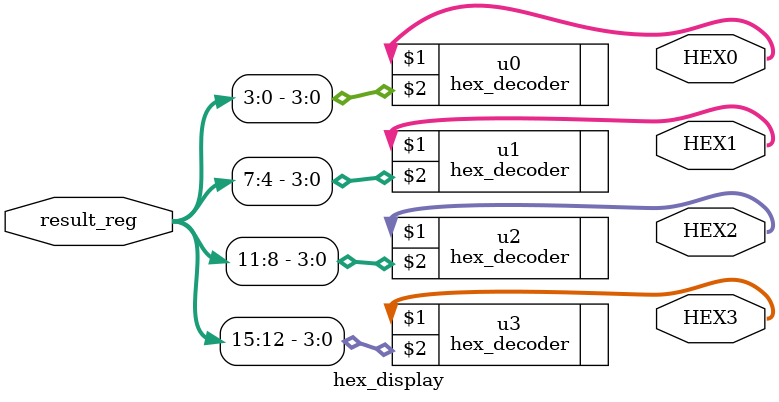
<source format=v>
module hex_display (
    output [6:0] HEX0, HEX1, HEX2, HEX3,
    input [15:0] result_reg
    );

    hex_decoder u0 (HEX0, result_reg[3:0]);
    hex_decoder u1 (HEX1, result_reg[7:4]);
    hex_decoder u2 (HEX2, result_reg[11:8]);
    hex_decoder u3 (HEX3, result_reg[15:12]);

endmodule

</source>
